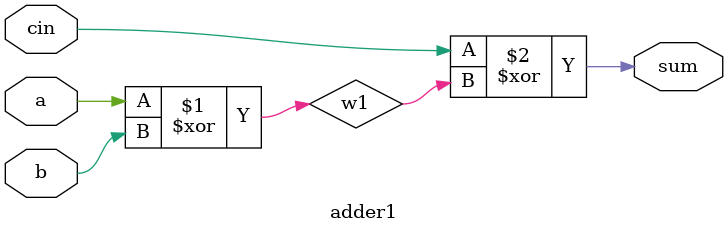
<source format=v>
module adder1(a, b, cin, sum);

	input a, b, cin;
	output sum;
	wire w1, w2;

	xor xor1(w1, 	a, 	b);
	xor xor2(sum, 	cin, 	w1);
	
//	and and1(w2, 	cin, 	w1);
//	and and2(w3, 	a, 	b);
//	or   or1(cout, w2, 	w3);
	
//	wire p, g;
//	
//	and andgenerate(g, a, b);
//	or  orpropagate(p, a, b);
//	and and1(w2, cin, p);
//	or  or1(cout, w2, g);
	
	


endmodule
</source>
